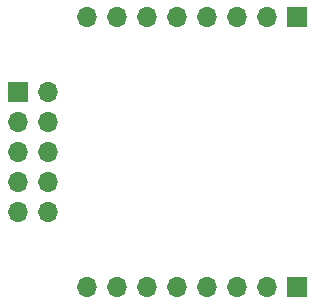
<source format=gbr>
%TF.GenerationSoftware,KiCad,Pcbnew,(5.1.10)-1*%
%TF.CreationDate,2021-10-25T01:06:34+02:00*%
%TF.ProjectId,c1101 shield,63313130-3120-4736-9869-656c642e6b69,rev?*%
%TF.SameCoordinates,Original*%
%TF.FileFunction,Soldermask,Top*%
%TF.FilePolarity,Negative*%
%FSLAX46Y46*%
G04 Gerber Fmt 4.6, Leading zero omitted, Abs format (unit mm)*
G04 Created by KiCad (PCBNEW (5.1.10)-1) date 2021-10-25 01:06:34*
%MOMM*%
%LPD*%
G01*
G04 APERTURE LIST*
%ADD10R,1.700000X1.700000*%
%ADD11O,1.700000X1.700000*%
G04 APERTURE END LIST*
D10*
%TO.C,J3*%
X39296000Y-195218000D03*
D11*
X36756000Y-195218000D03*
X34216000Y-195218000D03*
X31676000Y-195218000D03*
X29136000Y-195218000D03*
X26596000Y-195218000D03*
X24056000Y-195218000D03*
X21516000Y-195218000D03*
%TD*%
D10*
%TO.C,J2*%
X39296000Y-172358000D03*
D11*
X36756000Y-172358000D03*
X34216000Y-172358000D03*
X31676000Y-172358000D03*
X29136000Y-172358000D03*
X26596000Y-172358000D03*
X24056000Y-172358000D03*
X21516000Y-172358000D03*
%TD*%
%TO.C,J1*%
X18214000Y-188868000D03*
X15674000Y-188868000D03*
X18214000Y-186328000D03*
X15674000Y-186328000D03*
X18214000Y-183788000D03*
X15674000Y-183788000D03*
X18214000Y-181248000D03*
X15674000Y-181248000D03*
X18214000Y-178708000D03*
D10*
X15674000Y-178708000D03*
%TD*%
M02*

</source>
